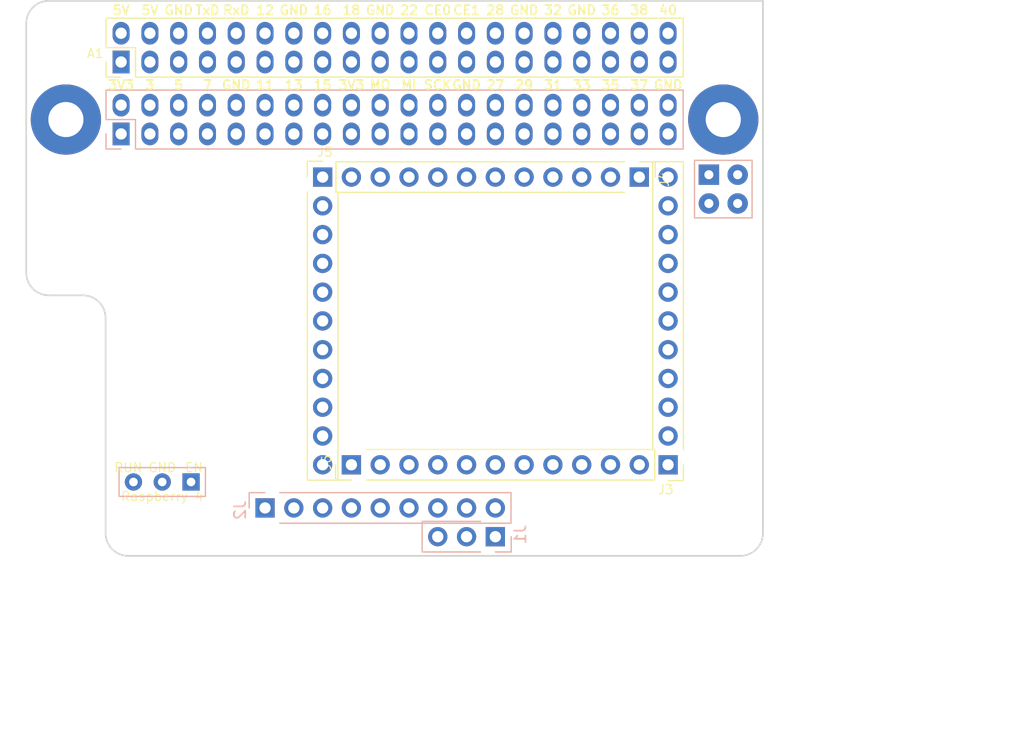
<source format=kicad_pcb>
(kicad_pcb (version 20171130) (host pcbnew 5.0.2-bee76a0~70~ubuntu18.04.1)
  (layers (0 F.Cu signal) (31 B.Cu signal) (34 B.Paste user) (35 F.Paste user) (36 B.SilkS user) (37 F.SilkS user) (38 B.Mask user) (39 F.Mask user) (44 Edge.Cuts user))
  (net 0 "")
  (net 1 "Net-(J1-Pad1)")
  (net 2 "Net-(J1-Pad2)")
  (net 3 "Net-(J1-Pad3)")
  (net 4 "Net-(J2-Pad6)")
  (net 5 "Net-(J2-Pad5)")
  (net 6 "Net-(J2-Pad4)")
  (net 7 "Net-(J2-Pad1)")
  (net 8 "Net-(J2-Pad2)")
  (net 9 "Net-(J2-Pad3)")
  (net 10 "Net-(J3-Pad3)")
  (net 11 "Net-(J3-Pad2)")
  (net 12 "Net-(J3-Pad1)")
  (net 13 "Net-(J3-Pad4)")
  (net 14 "Net-(J3-Pad5)")
  (net 15 "Net-(J3-Pad6)")
  (net 16 "Net-(J3-Pad9)")
  (net 17 "Net-(J3-Pad8)")
  (net 18 "Net-(J3-Pad7)")
  (net 19 "Net-(A1-Pad47)")
  (net 20 "Net-(A1-Pad46)")
  (net 21 "Net-(A1-Pad45)")
  (net 22 "Net-(A1-Pad40)")
  (net 23 "Net-(A1-Pad39)")
  (net 24 "Net-(A1-Pad38)")
  (net 25 "Net-(A1-Pad37)")
  (net 26 "Net-(A1-Pad36)")
  (net 27 "Net-(A1-Pad35)")
  (net 28 "Net-(A1-Pad34)")
  (net 29 "Net-(A1-Pad33)")
  (net 30 "Net-(A1-Pad32)")
  (net 31 "Net-(A1-Pad31)")
  (net 32 "Net-(A1-Pad30)")
  (net 33 "Net-(A1-Pad29)")
  (net 34 "Net-(A1-Pad28)")
  (net 35 "Net-(A1-Pad27)")
  (net 36 "Net-(A1-Pad26)")
  (net 37 "Net-(A1-Pad25)")
  (net 38 "Net-(A1-Pad24)")
  (net 39 "Net-(A1-Pad23)")
  (net 40 "Net-(A1-Pad22)")
  (net 41 "Net-(A1-Pad21)")
  (net 42 "Net-(A1-Pad20)")
  (net 43 "Net-(A1-Pad19)")
  (net 44 "Net-(A1-Pad18)")
  (net 45 "Net-(A1-Pad17)")
  (net 46 "Net-(A1-Pad16)")
  (net 47 "Net-(A1-Pad15)")
  (net 48 "Net-(A1-Pad14)")
  (net 49 "Net-(A1-Pad13)")
  (net 50 "Net-(A1-Pad12)")
  (net 51 "Net-(A1-Pad11)")
  (net 52 "Net-(A1-Pad10)")
  (net 53 "Net-(A1-Pad9)")
  (net 54 "Net-(A1-Pad8)")
  (net 55 "Net-(A1-Pad7)")
  (net 56 "Net-(A1-Pad6)")
  (net 57 "Net-(A1-Pad5)")
  (net 58 "Net-(A1-Pad4)")
  (net 59 "Net-(A1-Pad3)")
  (net 60 "Net-(A1-Pad2)")
  (net 61 "Net-(A1-Pad1)")
  (net 62 "Net-(A1-Pad41)")
  (net 63 "Net-(A1-Pad43)")
  (net 64 "Net-(A1-Pad44)")
  (net 65 "Net-(A1-Pad42)")
  (net 66 "Net-(J4-Pad7)")
  (net 67 "Net-(J4-Pad6)")
  (net 68 "Net-(J4-Pad5)")
  (net 69 "Net-(J4-Pad4)")
  (net 70 "Net-(J4-Pad1)")
  (net 71 "Net-(J4-Pad2)")
  (net 72 "Net-(J4-Pad3)")
  (net 73 "Net-(J4-Pad8)")
  (net 74 "Net-(J4-Pad9)")
  (net 75 "Net-(J4-Pad10)")
  (net 76 "Net-(J4-Pad11)")
  (net 77 "Net-(J5-Pad11)")
  (net 78 "Net-(J5-Pad10)")
  (net 79 "Net-(J5-Pad9)")
  (net 80 "Net-(J5-Pad8)")
  (net 81 "Net-(J5-Pad3)")
  (net 82 "Net-(J5-Pad2)")
  (net 83 "Net-(J5-Pad1)")
  (net 84 "Net-(J5-Pad4)")
  (net 85 "Net-(J5-Pad5)")
  (net 86 "Net-(J5-Pad6)")
  (net 87 "Net-(J5-Pad7)")
  (net 88 "Net-(J6-Pad7)")
  (net 89 "Net-(J6-Pad6)")
  (net 90 "Net-(J6-Pad5)")
  (net 91 "Net-(J6-Pad4)")
  (net 92 "Net-(J6-Pad1)")
  (net 93 "Net-(J6-Pad2)")
  (net 94 "Net-(J6-Pad3)")
  (net 95 "Net-(J6-Pad8)")
  (net 96 "Net-(J6-Pad9)")
  (net 97 "Net-(J6-Pad10)")
  (net 98 "Net-(J6-Pad11)")
  (net 99 "Net-(J2-Pad9)")
  (net 100 "Net-(J2-Pad8)")
  (net 101 "Net-(J2-Pad7)")
  (net 102 "Net-(J3-Pad10)")
  (net 103 "Net-(J3-Pad11)")
  (module Project:raspberry-4 (layer F.Cu) (at 84.8 69.3)
    (fp_text reference A1 (at -2.286 -7.112) (layer F.SilkS) (effects (font (size 0.8 0.8) (thickness 0.1))))
    (fp_text value Raspberry-4 hide)
    (fp_line (start -0.18 32) (end -0.18 29.46) (layer B.SilkS) (width 0.12))
    (fp_line (start 7.44 32) (end -0.18 32) (layer B.SilkS) (width 0.12))
    (fp_line (start 7.44 29.46) (end 7.44 32) (layer B.SilkS) (width 0.12))
    (fp_line (start -0.18 29.46) (end 7.44 29.46) (layer B.SilkS) (width 0.12))
    (fp_line (start 50.59 7.41) (end 50.59 2.33) (layer B.SilkS) (width 0.12))
    (fp_line (start 55.67 7.41) (end 50.59 7.41) (layer B.SilkS) (width 0.12))
    (fp_line (start 55.67 2.33) (end 55.67 7.41) (layer B.SilkS) (width 0.12))
    (fp_line (start 50.59 2.33) (end 55.67 2.33) (layer B.SilkS) (width 0.12))
    (fp_text user "Raspberry 4" (at 3.63 32 180) (layer F.SilkS) (effects (font (size 0.8 0.8) (thickness 0.1))))
    (fp_text user RUN (at 0.630001 29.46 180) (layer F.SilkS) (effects (font (size 0.8 0.8) (thickness 0.1))))
    (fp_text user GND (at 3.630001 29.46 180) (layer F.SilkS) (effects (font (size 0.8 0.8) (thickness 0.1))))
    (fp_text user EN (at 6.430001 29.46 180) (layer F.SilkS) (effects (font (size 0.8 0.8) (thickness 0.1))))
    (fp_text user GND (at 48.26 -4.318 180) (layer F.SilkS) (effects (font (size 0.82 0.82))))
    (fp_text user 37 (at 45.72 -4.318 180) (layer F.SilkS) (effects (font (size 0.82 0.82))))
    (fp_text user 35 (at 43.18 -4.318 180) (layer F.SilkS) (effects (font (size 0.82 0.82))))
    (fp_text user 33 (at 40.64 -4.318 180) (layer F.SilkS) (effects (font (size 0.82 0.82))))
    (fp_text user 31 (at 38.1 -4.318 180) (layer F.SilkS) (effects (font (size 0.82 0.82))))
    (fp_text user 29 (at 35.56 -4.318 180) (layer F.SilkS) (effects (font (size 0.82 0.82))))
    (fp_text user 27 (at 33.02 -4.318 180) (layer F.SilkS) (effects (font (size 0.82 0.82))))
    (fp_text user GND (at 30.48 -4.318 180) (layer F.SilkS) (effects (font (size 0.82 0.82))))
    (fp_text user SCK (at 27.94 -4.318 180) (layer F.SilkS) (effects (font (size 0.82 0.82))))
    (fp_text user MI (at 25.4 -4.318 180) (layer F.SilkS) (effects (font (size 0.82 0.82))))
    (fp_text user MO (at 22.86 -4.318 180) (layer F.SilkS) (effects (font (size 0.82 0.82))))
    (fp_text user 3V3 (at 20.32 -4.318 180) (layer F.SilkS) (effects (font (size 0.82 0.82))))
    (fp_text user 15 (at 17.78 -4.318 180) (layer F.SilkS) (effects (font (size 0.82 0.82))))
    (fp_text user 40 (at 48.26 -10.922 180) (layer F.SilkS) (effects (font (size 0.82 0.82))))
    (fp_text user 38 (at 45.72 -10.922 180) (layer F.SilkS) (effects (font (size 0.82 0.82))))
    (fp_text user 36 (at 43.18 -10.922 180) (layer F.SilkS) (effects (font (size 0.82 0.82))))
    (fp_text user GND (at 40.64 -10.922 180) (layer F.SilkS) (effects (font (size 0.82 0.82))))
    (fp_text user 32 (at 38.1 -10.922 180) (layer F.SilkS) (effects (font (size 0.82 0.82))))
    (fp_text user GND (at 35.56 -10.922 180) (layer F.SilkS) (effects (font (size 0.82 0.82))))
    (fp_text user 28 (at 33.02 -10.922 180) (layer F.SilkS) (effects (font (size 0.82 0.82))))
    (fp_text user CE1 (at 30.48 -10.922 180) (layer F.SilkS) (effects (font (size 0.82 0.82))))
    (fp_text user CE0 (at 27.94 -10.922 180) (layer F.SilkS) (effects (font (size 0.82 0.82))))
    (fp_text user 22 (at 25.4 -10.922 180) (layer F.SilkS) (effects (font (size 0.82 0.82))))
    (fp_text user GND (at 22.86 -10.922 180) (layer F.SilkS) (effects (font (size 0.82 0.82))))
    (fp_text user 18 (at 20.32 -10.922 180) (layer F.SilkS) (effects (font (size 0.82 0.82))))
    (fp_text user 16 (at 17.78 -10.922 180) (layer F.SilkS) (effects (font (size 0.82 0.82))))
    (fp_text user GND (at 15.24 -10.922 180) (layer F.SilkS) (effects (font (size 0.82 0.82))))
    (fp_text user 12 (at 12.7 -10.922 180) (layer F.SilkS) (effects (font (size 0.82 0.82))))
    (fp_text user 13 (at 15.24 -4.318 180) (layer F.SilkS) (effects (font (size 0.82 0.82))))
    (fp_text user 11 (at 12.7 -4.318 180) (layer F.SilkS) (effects (font (size 0.82 0.82))))
    (fp_text user RxD (at 10.16 -10.922 180) (layer F.SilkS) (effects (font (size 0.82 0.82))))
    (fp_text user TxD (at 7.62 -10.922 180) (layer F.SilkS) (effects (font (size 0.82 0.82))))
    (fp_text user GND (at 10.16 -4.318 180) (layer F.SilkS) (effects (font (size 0.82 0.82))))
    (fp_text user 7 (at 7.62 -4.318 180) (layer F.SilkS) (effects (font (size 0.82 0.82))))
    (fp_text user 5 (at 5.08 -4.318 180) (layer F.SilkS) (effects (font (size 0.82 0.82))))
    (fp_text user 3 (at 2.54 -4.318 180) (layer F.SilkS) (effects (font (size 0.82 0.82))))
    (fp_text user GND (at 5.08 -10.922 180) (layer F.SilkS) (effects (font (size 0.82 0.82))))
    (fp_text user 5V (at 2.54 -10.922 180) (layer F.SilkS) (effects (font (size 0.82 0.82))))
    (fp_text user 5V (at 0 -10.922 180) (layer F.SilkS) (effects (font (size 0.82 0.82))))
    (fp_text user 3V3 (at 0 -4.318) (layer F.SilkS) (effects (font (size 0.82 0.82))))
    (fp_line (start -1.33 1.33) (end -1.33 0) (layer B.SilkS) (width 0.12))
    (fp_line (start 0 1.33) (end -1.33 1.33) (layer B.SilkS) (width 0.12))
    (fp_line (start -1.33 -1.27) (end -1.33 -3.87) (layer B.SilkS) (width 0.12))
    (fp_line (start 1.27 -1.27) (end -1.33 -1.27) (layer B.SilkS) (width 0.12))
    (fp_line (start 1.27 1.33) (end 1.27 -1.27) (layer B.SilkS) (width 0.12))
    (fp_line (start -1.33 -3.87) (end 49.59 -3.87) (layer B.SilkS) (width 0.12))
    (fp_line (start 1.27 1.33) (end 49.59 1.33) (layer B.SilkS) (width 0.12))
    (fp_line (start 49.59 1.33) (end 49.59 -3.87) (layer B.SilkS) (width 0.12))
    (fp_line (start -1.33 -5.02) (end -1.33 -6.35) (layer F.SilkS) (width 0.12))
    (fp_line (start 0 -5.02) (end -1.33 -5.02) (layer F.SilkS) (width 0.12))
    (fp_line (start -1.33 -7.62) (end -1.33 -10.22) (layer F.SilkS) (width 0.12))
    (fp_line (start 1.27 -7.62) (end -1.33 -7.62) (layer F.SilkS) (width 0.12))
    (fp_line (start 1.27 -5.02) (end 1.27 -7.62) (layer F.SilkS) (width 0.12))
    (fp_line (start -1.33 -10.22) (end 49.59 -10.22) (layer F.SilkS) (width 0.12))
    (fp_line (start 1.27 -5.02) (end 49.59 -5.02) (layer F.SilkS) (width 0.12))
    (fp_line (start 49.59 -5.02) (end 49.59 -10.22) (layer F.SilkS) (width 0.12))
    (pad 47 thru_hole circle (at 1.09 30.73) (size 1.524 1.524) (drill 0.762) (layers *.Cu *.Mask) (net 19 "Net-(A1-Pad47)"))
    (pad 46 thru_hole circle (at 3.63 30.73) (size 1.524 1.524) (drill 0.762) (layers *.Cu *.Mask) (net 20 "Net-(A1-Pad46)"))
    (pad 45 thru_hole rect (at 6.17 30.73) (size 1.524 1.524) (drill 0.762) (layers *.Cu *.Mask) (net 21 "Net-(A1-Pad45)"))
    (pad 40 thru_hole oval (at 48.26 -2.54) (size 1.5 2) (drill 1) (layers *.Cu *.Mask) (net 22 "Net-(A1-Pad40)"))
    (pad 39 thru_hole oval (at 48.26 0) (size 1.5 2) (drill 1) (layers *.Cu *.Mask) (net 23 "Net-(A1-Pad39)"))
    (pad 38 thru_hole oval (at 45.72 -2.54) (size 1.5 2) (drill 1) (layers *.Cu *.Mask) (net 24 "Net-(A1-Pad38)"))
    (pad 37 thru_hole oval (at 45.72 0) (size 1.5 2) (drill 1) (layers *.Cu *.Mask) (net 25 "Net-(A1-Pad37)"))
    (pad 36 thru_hole oval (at 43.18 -2.54) (size 1.5 2) (drill 1) (layers *.Cu *.Mask) (net 26 "Net-(A1-Pad36)"))
    (pad 35 thru_hole oval (at 43.18 0) (size 1.5 2) (drill 1) (layers *.Cu *.Mask) (net 27 "Net-(A1-Pad35)"))
    (pad 34 thru_hole oval (at 40.64 -2.54) (size 1.5 2) (drill 1) (layers *.Cu *.Mask) (net 28 "Net-(A1-Pad34)"))
    (pad 33 thru_hole oval (at 40.64 0) (size 1.5 2) (drill 1) (layers *.Cu *.Mask) (net 29 "Net-(A1-Pad33)"))
    (pad 32 thru_hole oval (at 38.1 -2.54) (size 1.5 2) (drill 1) (layers *.Cu *.Mask) (net 30 "Net-(A1-Pad32)"))
    (pad 31 thru_hole oval (at 38.1 0) (size 1.5 2) (drill 1) (layers *.Cu *.Mask) (net 31 "Net-(A1-Pad31)"))
    (pad 30 thru_hole oval (at 35.56 -2.54) (size 1.5 2) (drill 1) (layers *.Cu *.Mask) (net 32 "Net-(A1-Pad30)"))
    (pad 29 thru_hole oval (at 35.56 0) (size 1.5 2) (drill 1) (layers *.Cu *.Mask) (net 33 "Net-(A1-Pad29)"))
    (pad 28 thru_hole oval (at 33.02 -2.54) (size 1.5 2) (drill 1) (layers *.Cu *.Mask) (net 34 "Net-(A1-Pad28)"))
    (pad 27 thru_hole oval (at 33.02 0) (size 1.5 2) (drill 1) (layers *.Cu *.Mask) (net 35 "Net-(A1-Pad27)"))
    (pad 26 thru_hole oval (at 30.48 -2.54) (size 1.5 2) (drill 1) (layers *.Cu *.Mask) (net 36 "Net-(A1-Pad26)"))
    (pad 25 thru_hole oval (at 30.48 0) (size 1.5 2) (drill 1) (layers *.Cu *.Mask) (net 37 "Net-(A1-Pad25)"))
    (pad 24 thru_hole oval (at 27.94 -2.54) (size 1.5 2) (drill 1) (layers *.Cu *.Mask) (net 38 "Net-(A1-Pad24)"))
    (pad 23 thru_hole oval (at 27.94 0) (size 1.5 2) (drill 1) (layers *.Cu *.Mask) (net 39 "Net-(A1-Pad23)"))
    (pad 22 thru_hole oval (at 25.4 -2.54) (size 1.5 2) (drill 1) (layers *.Cu *.Mask) (net 40 "Net-(A1-Pad22)"))
    (pad 21 thru_hole oval (at 25.4 0) (size 1.5 2) (drill 1) (layers *.Cu *.Mask) (net 41 "Net-(A1-Pad21)"))
    (pad 20 thru_hole oval (at 22.86 -2.54) (size 1.5 2) (drill 1) (layers *.Cu *.Mask) (net 42 "Net-(A1-Pad20)"))
    (pad 19 thru_hole oval (at 22.86 0) (size 1.5 2) (drill 1) (layers *.Cu *.Mask) (net 43 "Net-(A1-Pad19)"))
    (pad 18 thru_hole oval (at 20.32 -2.54) (size 1.5 2) (drill 1) (layers *.Cu *.Mask) (net 44 "Net-(A1-Pad18)"))
    (pad 17 thru_hole oval (at 20.32 0) (size 1.5 2) (drill 1) (layers *.Cu *.Mask) (net 45 "Net-(A1-Pad17)"))
    (pad 16 thru_hole oval (at 17.78 -2.54) (size 1.5 2) (drill 1) (layers *.Cu *.Mask) (net 46 "Net-(A1-Pad16)"))
    (pad 15 thru_hole oval (at 17.78 0) (size 1.5 2) (drill 1) (layers *.Cu *.Mask) (net 47 "Net-(A1-Pad15)"))
    (pad 14 thru_hole oval (at 15.24 -2.54) (size 1.5 2) (drill 1) (layers *.Cu *.Mask) (net 48 "Net-(A1-Pad14)"))
    (pad 13 thru_hole oval (at 15.24 0) (size 1.5 2) (drill 1) (layers *.Cu *.Mask) (net 49 "Net-(A1-Pad13)"))
    (pad 12 thru_hole oval (at 12.7 -2.54) (size 1.5 2) (drill 1) (layers *.Cu *.Mask) (net 50 "Net-(A1-Pad12)"))
    (pad 11 thru_hole oval (at 12.7 0) (size 1.5 2) (drill 1) (layers *.Cu *.Mask) (net 51 "Net-(A1-Pad11)"))
    (pad 10 thru_hole oval (at 10.16 -2.54) (size 1.5 2) (drill 1) (layers *.Cu *.Mask) (net 52 "Net-(A1-Pad10)"))
    (pad 9 thru_hole oval (at 10.16 0) (size 1.5 2) (drill 1) (layers *.Cu *.Mask) (net 53 "Net-(A1-Pad9)"))
    (pad 8 thru_hole oval (at 7.62 -2.54) (size 1.5 2) (drill 1) (layers *.Cu *.Mask) (net 54 "Net-(A1-Pad8)"))
    (pad 7 thru_hole oval (at 7.62 0) (size 1.5 2) (drill 1) (layers *.Cu *.Mask) (net 55 "Net-(A1-Pad7)"))
    (pad 6 thru_hole oval (at 5.08 -2.54) (size 1.5 2) (drill 1) (layers *.Cu *.Mask) (net 56 "Net-(A1-Pad6)"))
    (pad 5 thru_hole oval (at 5.08 0) (size 1.5 2) (drill 1) (layers *.Cu *.Mask) (net 57 "Net-(A1-Pad5)"))
    (pad 4 thru_hole oval (at 2.54 -2.54) (size 1.5 2) (drill 1) (layers *.Cu *.Mask) (net 58 "Net-(A1-Pad4)"))
    (pad 3 thru_hole oval (at 2.54 0) (size 1.5 2) (drill 1) (layers *.Cu *.Mask) (net 59 "Net-(A1-Pad3)"))
    (pad 2 thru_hole oval (at 0 -2.54) (size 1.5 2) (drill 1) (layers *.Cu *.Mask) (net 60 "Net-(A1-Pad2)"))
    (pad 1 thru_hole rect (at 0 0) (size 1.5 2) (drill 1) (layers *.Cu *.Mask) (net 61 "Net-(A1-Pad1)"))
    (pad 40 thru_hole oval (at 48.26 -8.89) (size 1.5 2) (drill 1) (layers *.Cu *.Mask) (net 22 "Net-(A1-Pad40)"))
    (pad 39 thru_hole oval (at 48.26 -6.35) (size 1.5 2) (drill 1) (layers *.Cu *.Mask) (net 23 "Net-(A1-Pad39)"))
    (pad 38 thru_hole oval (at 45.72 -8.89) (size 1.5 2) (drill 1) (layers *.Cu *.Mask) (net 24 "Net-(A1-Pad38)"))
    (pad 37 thru_hole oval (at 45.72 -6.35) (size 1.5 2) (drill 1) (layers *.Cu *.Mask) (net 25 "Net-(A1-Pad37)"))
    (pad 36 thru_hole oval (at 43.18 -8.89) (size 1.5 2) (drill 1) (layers *.Cu *.Mask) (net 26 "Net-(A1-Pad36)"))
    (pad 35 thru_hole oval (at 43.18 -6.35) (size 1.5 2) (drill 1) (layers *.Cu *.Mask) (net 27 "Net-(A1-Pad35)"))
    (pad 34 thru_hole oval (at 40.64 -8.89) (size 1.5 2) (drill 1) (layers *.Cu *.Mask) (net 28 "Net-(A1-Pad34)"))
    (pad 33 thru_hole oval (at 40.64 -6.35) (size 1.5 2) (drill 1) (layers *.Cu *.Mask) (net 29 "Net-(A1-Pad33)"))
    (pad 32 thru_hole oval (at 38.1 -8.89) (size 1.5 2) (drill 1) (layers *.Cu *.Mask) (net 30 "Net-(A1-Pad32)"))
    (pad 31 thru_hole oval (at 38.1 -6.35) (size 1.5 2) (drill 1) (layers *.Cu *.Mask) (net 31 "Net-(A1-Pad31)"))
    (pad 30 thru_hole oval (at 35.56 -8.89) (size 1.5 2) (drill 1) (layers *.Cu *.Mask) (net 32 "Net-(A1-Pad30)"))
    (pad 29 thru_hole oval (at 35.56 -6.35) (size 1.5 2) (drill 1) (layers *.Cu *.Mask) (net 33 "Net-(A1-Pad29)"))
    (pad 28 thru_hole oval (at 33.02 -8.89) (size 1.5 2) (drill 1) (layers *.Cu *.Mask) (net 34 "Net-(A1-Pad28)"))
    (pad 27 thru_hole oval (at 33.02 -6.35) (size 1.5 2) (drill 1) (layers *.Cu *.Mask) (net 35 "Net-(A1-Pad27)"))
    (pad 26 thru_hole oval (at 30.48 -8.89) (size 1.5 2) (drill 1) (layers *.Cu *.Mask) (net 36 "Net-(A1-Pad26)"))
    (pad 25 thru_hole oval (at 30.48 -6.35) (size 1.5 2) (drill 1) (layers *.Cu *.Mask) (net 37 "Net-(A1-Pad25)"))
    (pad 24 thru_hole oval (at 27.94 -8.89) (size 1.5 2) (drill 1) (layers *.Cu *.Mask) (net 38 "Net-(A1-Pad24)"))
    (pad 23 thru_hole oval (at 27.94 -6.35) (size 1.5 2) (drill 1) (layers *.Cu *.Mask) (net 39 "Net-(A1-Pad23)"))
    (pad 22 thru_hole oval (at 25.4 -8.89) (size 1.5 2) (drill 1) (layers *.Cu *.Mask) (net 40 "Net-(A1-Pad22)"))
    (pad 21 thru_hole oval (at 25.4 -6.35) (size 1.5 2) (drill 1) (layers *.Cu *.Mask) (net 41 "Net-(A1-Pad21)"))
    (pad 20 thru_hole oval (at 22.86 -8.89) (size 1.5 2) (drill 1) (layers *.Cu *.Mask) (net 42 "Net-(A1-Pad20)"))
    (pad 19 thru_hole oval (at 22.86 -6.35) (size 1.5 2) (drill 1) (layers *.Cu *.Mask) (net 43 "Net-(A1-Pad19)"))
    (pad 18 thru_hole oval (at 20.32 -8.89) (size 1.5 2) (drill 1) (layers *.Cu *.Mask) (net 44 "Net-(A1-Pad18)"))
    (pad 17 thru_hole oval (at 20.32 -6.35) (size 1.5 2) (drill 1) (layers *.Cu *.Mask) (net 45 "Net-(A1-Pad17)"))
    (pad 16 thru_hole oval (at 17.78 -8.89) (size 1.5 2) (drill 1) (layers *.Cu *.Mask) (net 46 "Net-(A1-Pad16)"))
    (pad 15 thru_hole oval (at 17.78 -6.35) (size 1.5 2) (drill 1) (layers *.Cu *.Mask) (net 47 "Net-(A1-Pad15)"))
    (pad 14 thru_hole oval (at 15.24 -8.89) (size 1.5 2) (drill 1) (layers *.Cu *.Mask) (net 48 "Net-(A1-Pad14)"))
    (pad 13 thru_hole oval (at 15.24 -6.35) (size 1.5 2) (drill 1) (layers *.Cu *.Mask) (net 49 "Net-(A1-Pad13)"))
    (pad 12 thru_hole oval (at 12.7 -8.89) (size 1.5 2) (drill 1) (layers *.Cu *.Mask) (net 50 "Net-(A1-Pad12)"))
    (pad 11 thru_hole oval (at 12.7 -6.35) (size 1.5 2) (drill 1) (layers *.Cu *.Mask) (net 51 "Net-(A1-Pad11)"))
    (pad 10 thru_hole oval (at 10.16 -8.89) (size 1.5 2) (drill 1) (layers *.Cu *.Mask) (net 52 "Net-(A1-Pad10)"))
    (pad 9 thru_hole oval (at 10.16 -6.35) (size 1.5 2) (drill 1) (layers *.Cu *.Mask) (net 53 "Net-(A1-Pad9)"))
    (pad 8 thru_hole oval (at 7.62 -8.89) (size 1.5 2) (drill 1) (layers *.Cu *.Mask) (net 54 "Net-(A1-Pad8)"))
    (pad 7 thru_hole oval (at 7.62 -6.35) (size 1.5 2) (drill 1) (layers *.Cu *.Mask) (net 55 "Net-(A1-Pad7)"))
    (pad 6 thru_hole oval (at 5.08 -8.89) (size 1.5 2) (drill 1) (layers *.Cu *.Mask) (net 56 "Net-(A1-Pad6)"))
    (pad 5 thru_hole oval (at 5.08 -6.35) (size 1.5 2) (drill 1) (layers *.Cu *.Mask) (net 57 "Net-(A1-Pad5)"))
    (pad 4 thru_hole oval (at 2.54 -8.89) (size 1.5 2) (drill 1) (layers *.Cu *.Mask) (net 58 "Net-(A1-Pad4)"))
    (pad 3 thru_hole oval (at 2.54 -6.35) (size 1.5 2) (drill 1) (layers *.Cu *.Mask) (net 59 "Net-(A1-Pad3)"))
    (pad 2 thru_hole oval (at 0 -8.89) (size 1.5 2) (drill 1) (layers *.Cu *.Mask) (net 60 "Net-(A1-Pad2)"))
    (pad 1 thru_hole rect (at 0 -6.35) (size 1.5 2) (drill 1) (layers *.Cu *.Mask) (net 61 "Net-(A1-Pad1)"))
    (pad "" np_thru_hole circle (at 53.13 -1.27) (size 6.2 6.2) (drill 3.1) (layers *.Cu *.Mask))
    (pad "" np_thru_hole circle (at -4.87 -1.27) (size 6.2 6.2) (drill 3.1) (layers *.Cu *.Mask))
    (pad 41 thru_hole rect (at 51.86 3.6) (size 1.8 1.8) (drill 0.8) (layers *.Cu *.Mask) (net 62 "Net-(A1-Pad41)"))
    (pad 43 thru_hole circle (at 51.86 6.14) (size 1.8 1.8) (drill 0.8) (layers *.Cu *.Mask) (net 63 "Net-(A1-Pad43)"))
    (pad 44 thru_hole circle (at 54.4 6.14) (size 1.8 1.8) (drill 0.8) (layers *.Cu *.Mask) (net 64 "Net-(A1-Pad44)"))
    (pad 42 thru_hole circle (at 54.4 3.6) (size 1.8 1.8) (drill 0.8) (layers *.Cu *.Mask) (net 65 "Net-(A1-Pad42)"))
  )
  (module Project:idc-socket-1x09-p2.54mm-vertical (layer B.Cu) (at 97.5 102.32 270)
    (fp_text reference J2 (at 0.2 2.2 270) (layer B.SilkS) (effects (justify mirror)))
    (fp_text value Conn_01x09_Female hide)
    (fp_line (start -1.35 -21.7) (end 1.35 -21.7) (layer B.SilkS) (width 0.12))
    (fp_line (start -1.35 -1.3) (end -1.35 -21.7) (layer B.SilkS) (width 0.12))
    (fp_line (start 1.35 -1.3) (end 1.35 -21.7) (layer B.SilkS) (width 0.12))
    (fp_line (start -1.35 0) (end -1.35 1.4) (layer B.SilkS) (width 0.12))
    (fp_line (start -1.35 1.4) (end 0 1.4) (layer B.SilkS) (width 0.12))
    (pad 9 thru_hole oval (at 0 -20.32 270) (size 1.7 1.7) (drill 1) (layers *.Cu *.Mask) (net 99 "Net-(J2-Pad9)"))
    (pad 8 thru_hole oval (at 0 -17.78 270) (size 1.7 1.7) (drill 1) (layers *.Cu *.Mask) (net 100 "Net-(J2-Pad8)"))
    (pad 7 thru_hole oval (at 0 -15.24 270) (size 1.7 1.7) (drill 1) (layers *.Cu *.Mask) (net 101 "Net-(J2-Pad7)"))
    (pad 6 thru_hole oval (at 0 -12.7 270) (size 1.7 1.7) (drill 1) (layers *.Cu *.Mask) (net 4 "Net-(J2-Pad6)"))
    (pad 5 thru_hole oval (at 0 -10.16 270) (size 1.7 1.7) (drill 1) (layers *.Cu *.Mask) (net 5 "Net-(J2-Pad5)"))
    (pad 4 thru_hole oval (at 0 -7.62 270) (size 1.7 1.7) (drill 1) (layers *.Cu *.Mask) (net 6 "Net-(J2-Pad4)"))
    (pad 1 thru_hole rect (at 0 0 270) (size 1.7 1.7) (drill 1) (layers *.Cu *.Mask) (net 7 "Net-(J2-Pad1)"))
    (pad 2 thru_hole oval (at 0 -2.54 270) (size 1.7 1.7) (drill 1) (layers *.Cu *.Mask) (net 8 "Net-(J2-Pad2)"))
    (pad 3 thru_hole oval (at 0 -5.08 270) (size 1.7 1.7) (drill 1) (layers *.Cu *.Mask) (net 9 "Net-(J2-Pad3)"))
  )
  (module Project:idc-socket-1x03-p2.54mm-vertical (layer B.Cu) (at 117.82 104.86 90)
    (fp_text reference J1 (at 0.2 2.2 90) (layer B.SilkS) (effects (justify mirror)))
    (fp_text value Conn_01x03_Female hide)
    (fp_line (start -1.35 -6.46) (end 1.35 -6.46) (layer B.SilkS) (width 0.12))
    (fp_line (start -1.35 -1.3) (end -1.35 -6.46) (layer B.SilkS) (width 0.12))
    (fp_line (start 1.35 -1.3) (end 1.35 -6.46) (layer B.SilkS) (width 0.12))
    (fp_line (start -1.35 0) (end -1.35 1.4) (layer B.SilkS) (width 0.12))
    (fp_line (start -1.35 1.4) (end 0 1.4) (layer B.SilkS) (width 0.12))
    (pad 1 thru_hole rect (at 0 0 90) (size 1.7 1.7) (drill 1) (layers *.Cu *.Mask) (net 1 "Net-(J1-Pad1)"))
    (pad 2 thru_hole oval (at 0 -2.54 90) (size 1.7 1.7) (drill 1) (layers *.Cu *.Mask) (net 2 "Net-(J1-Pad2)"))
    (pad 3 thru_hole oval (at 0 -5.08 90) (size 1.7 1.7) (drill 1) (layers *.Cu *.Mask) (net 3 "Net-(J1-Pad3)"))
  )
  (module Project:idc-header-1x11-p2.54mm-vertical (layer F.Cu) (at 133.06 98.51 180)
    (fp_text reference J3 (at 0.2 -2.2 180) (layer F.SilkS) (effects (font (size 0.8 0.8) (thickness 0.1))))
    (fp_text value Conn_01x11_Male hide)
    (fp_line (start -1.35 26.76) (end 1.35 26.76) (layer F.SilkS) (width 0.12))
    (fp_line (start -1.35 1.3) (end -1.35 26.76) (layer F.SilkS) (width 0.12))
    (fp_line (start 1.35 1.3) (end 1.35 26.76) (layer F.SilkS) (width 0.12))
    (fp_line (start -1.35 0) (end -1.35 -1.4) (layer F.SilkS) (width 0.12))
    (fp_line (start -1.35 -1.4) (end 0 -1.4) (layer F.SilkS) (width 0.12))
    (pad 7 thru_hole oval (at 0 15.24 180) (size 1.7 1.7) (drill 1) (layers *.Cu *.Mask) (net 18 "Net-(J3-Pad7)"))
    (pad 6 thru_hole oval (at 0 12.7 180) (size 1.7 1.7) (drill 1) (layers *.Cu *.Mask) (net 15 "Net-(J3-Pad6)"))
    (pad 5 thru_hole oval (at 0 10.16 180) (size 1.7 1.7) (drill 1) (layers *.Cu *.Mask) (net 14 "Net-(J3-Pad5)"))
    (pad 4 thru_hole oval (at 0 7.62 180) (size 1.7 1.7) (drill 1) (layers *.Cu *.Mask) (net 13 "Net-(J3-Pad4)"))
    (pad 1 thru_hole rect (at 0 0 180) (size 1.7 1.7) (drill 1) (layers *.Cu *.Mask) (net 12 "Net-(J3-Pad1)"))
    (pad 2 thru_hole oval (at 0 2.54 180) (size 1.7 1.7) (drill 1) (layers *.Cu *.Mask) (net 11 "Net-(J3-Pad2)"))
    (pad 3 thru_hole oval (at 0 5.08 180) (size 1.7 1.7) (drill 1) (layers *.Cu *.Mask) (net 10 "Net-(J3-Pad3)"))
    (pad 8 thru_hole oval (at 0 17.78 180) (size 1.7 1.7) (drill 1) (layers *.Cu *.Mask) (net 17 "Net-(J3-Pad8)"))
    (pad 9 thru_hole oval (at 0 20.32 180) (size 1.7 1.7) (drill 1) (layers *.Cu *.Mask) (net 16 "Net-(J3-Pad9)"))
    (pad 10 thru_hole oval (at 0 22.86 180) (size 1.7 1.7) (drill 1) (layers *.Cu *.Mask) (net 102 "Net-(J3-Pad10)"))
    (pad 11 thru_hole oval (at 0 25.4 180) (size 1.7 1.7) (drill 1) (layers *.Cu *.Mask) (net 103 "Net-(J3-Pad11)"))
  )
  (module Project:idc-header-1x11-p2.54mm-vertical (layer F.Cu) (at 130.52 73.11 270)
    (fp_text reference J4 (at 0.2 -2.2 270) (layer F.SilkS) (effects (font (size 0.8 0.8) (thickness 0.1))))
    (fp_text value Conn_01x11_Male hide)
    (fp_line (start -1.35 -1.4) (end 0 -1.4) (layer F.SilkS) (width 0.12))
    (fp_line (start -1.35 0) (end -1.35 -1.4) (layer F.SilkS) (width 0.12))
    (fp_line (start 1.35 1.3) (end 1.35 26.76) (layer F.SilkS) (width 0.12))
    (fp_line (start -1.35 1.3) (end -1.35 26.76) (layer F.SilkS) (width 0.12))
    (fp_line (start -1.35 26.76) (end 1.35 26.76) (layer F.SilkS) (width 0.12))
    (pad 11 thru_hole oval (at 0 25.4 270) (size 1.7 1.7) (drill 1) (layers *.Cu *.Mask) (net 76 "Net-(J4-Pad11)"))
    (pad 10 thru_hole oval (at 0 22.86 270) (size 1.7 1.7) (drill 1) (layers *.Cu *.Mask) (net 75 "Net-(J4-Pad10)"))
    (pad 9 thru_hole oval (at 0 20.32 270) (size 1.7 1.7) (drill 1) (layers *.Cu *.Mask) (net 74 "Net-(J4-Pad9)"))
    (pad 8 thru_hole oval (at 0 17.78 270) (size 1.7 1.7) (drill 1) (layers *.Cu *.Mask) (net 73 "Net-(J4-Pad8)"))
    (pad 3 thru_hole oval (at 0 5.08 270) (size 1.7 1.7) (drill 1) (layers *.Cu *.Mask) (net 72 "Net-(J4-Pad3)"))
    (pad 2 thru_hole oval (at 0 2.54 270) (size 1.7 1.7) (drill 1) (layers *.Cu *.Mask) (net 71 "Net-(J4-Pad2)"))
    (pad 1 thru_hole rect (at 0 0 270) (size 1.7 1.7) (drill 1) (layers *.Cu *.Mask) (net 70 "Net-(J4-Pad1)"))
    (pad 4 thru_hole oval (at 0 7.62 270) (size 1.7 1.7) (drill 1) (layers *.Cu *.Mask) (net 69 "Net-(J4-Pad4)"))
    (pad 5 thru_hole oval (at 0 10.16 270) (size 1.7 1.7) (drill 1) (layers *.Cu *.Mask) (net 68 "Net-(J4-Pad5)"))
    (pad 6 thru_hole oval (at 0 12.7 270) (size 1.7 1.7) (drill 1) (layers *.Cu *.Mask) (net 67 "Net-(J4-Pad6)"))
    (pad 7 thru_hole oval (at 0 15.24 270) (size 1.7 1.7) (drill 1) (layers *.Cu *.Mask) (net 66 "Net-(J4-Pad7)"))
  )
  (module Project:idc-header-1x11-p2.54mm-vertical (layer F.Cu) (at 102.58 73.11)
    (fp_text reference J5 (at 0.2 -2.2) (layer F.SilkS) (effects (font (size 0.8 0.8) (thickness 0.1))))
    (fp_text value Conn_01x11_Male hide)
    (fp_line (start -1.35 26.76) (end 1.35 26.76) (layer F.SilkS) (width 0.12))
    (fp_line (start -1.35 1.3) (end -1.35 26.76) (layer F.SilkS) (width 0.12))
    (fp_line (start 1.35 1.3) (end 1.35 26.76) (layer F.SilkS) (width 0.12))
    (fp_line (start -1.35 0) (end -1.35 -1.4) (layer F.SilkS) (width 0.12))
    (fp_line (start -1.35 -1.4) (end 0 -1.4) (layer F.SilkS) (width 0.12))
    (pad 7 thru_hole oval (at 0 15.24) (size 1.7 1.7) (drill 1) (layers *.Cu *.Mask) (net 87 "Net-(J5-Pad7)"))
    (pad 6 thru_hole oval (at 0 12.7) (size 1.7 1.7) (drill 1) (layers *.Cu *.Mask) (net 86 "Net-(J5-Pad6)"))
    (pad 5 thru_hole oval (at 0 10.16) (size 1.7 1.7) (drill 1) (layers *.Cu *.Mask) (net 85 "Net-(J5-Pad5)"))
    (pad 4 thru_hole oval (at 0 7.62) (size 1.7 1.7) (drill 1) (layers *.Cu *.Mask) (net 84 "Net-(J5-Pad4)"))
    (pad 1 thru_hole rect (at 0 0) (size 1.7 1.7) (drill 1) (layers *.Cu *.Mask) (net 83 "Net-(J5-Pad1)"))
    (pad 2 thru_hole oval (at 0 2.54) (size 1.7 1.7) (drill 1) (layers *.Cu *.Mask) (net 82 "Net-(J5-Pad2)"))
    (pad 3 thru_hole oval (at 0 5.08) (size 1.7 1.7) (drill 1) (layers *.Cu *.Mask) (net 81 "Net-(J5-Pad3)"))
    (pad 8 thru_hole oval (at 0 17.78) (size 1.7 1.7) (drill 1) (layers *.Cu *.Mask) (net 80 "Net-(J5-Pad8)"))
    (pad 9 thru_hole oval (at 0 20.32) (size 1.7 1.7) (drill 1) (layers *.Cu *.Mask) (net 79 "Net-(J5-Pad9)"))
    (pad 10 thru_hole oval (at 0 22.86) (size 1.7 1.7) (drill 1) (layers *.Cu *.Mask) (net 78 "Net-(J5-Pad10)"))
    (pad 11 thru_hole oval (at 0 25.4) (size 1.7 1.7) (drill 1) (layers *.Cu *.Mask) (net 77 "Net-(J5-Pad11)"))
  )
  (module Project:idc-header-1x11-p2.54mm-vertical (layer F.Cu) (at 105.12 98.51 90)
    (fp_text reference J6 (at 0.2 -2.2 90) (layer F.SilkS) (effects (font (size 0.8 0.8) (thickness 0.1))))
    (fp_text value Conn_01x11_Male hide)
    (fp_line (start -1.35 -1.4) (end 0 -1.4) (layer F.SilkS) (width 0.12))
    (fp_line (start -1.35 0) (end -1.35 -1.4) (layer F.SilkS) (width 0.12))
    (fp_line (start 1.35 1.3) (end 1.35 26.76) (layer F.SilkS) (width 0.12))
    (fp_line (start -1.35 1.3) (end -1.35 26.76) (layer F.SilkS) (width 0.12))
    (fp_line (start -1.35 26.76) (end 1.35 26.76) (layer F.SilkS) (width 0.12))
    (pad 11 thru_hole oval (at 0 25.4 90) (size 1.7 1.7) (drill 1) (layers *.Cu *.Mask) (net 98 "Net-(J6-Pad11)"))
    (pad 10 thru_hole oval (at 0 22.86 90) (size 1.7 1.7) (drill 1) (layers *.Cu *.Mask) (net 97 "Net-(J6-Pad10)"))
    (pad 9 thru_hole oval (at 0 20.32 90) (size 1.7 1.7) (drill 1) (layers *.Cu *.Mask) (net 96 "Net-(J6-Pad9)"))
    (pad 8 thru_hole oval (at 0 17.78 90) (size 1.7 1.7) (drill 1) (layers *.Cu *.Mask) (net 95 "Net-(J6-Pad8)"))
    (pad 3 thru_hole oval (at 0 5.08 90) (size 1.7 1.7) (drill 1) (layers *.Cu *.Mask) (net 94 "Net-(J6-Pad3)"))
    (pad 2 thru_hole oval (at 0 2.54 90) (size 1.7 1.7) (drill 1) (layers *.Cu *.Mask) (net 93 "Net-(J6-Pad2)"))
    (pad 1 thru_hole rect (at 0 0 90) (size 1.7 1.7) (drill 1) (layers *.Cu *.Mask) (net 92 "Net-(J6-Pad1)"))
    (pad 4 thru_hole oval (at 0 7.62 90) (size 1.7 1.7) (drill 1) (layers *.Cu *.Mask) (net 91 "Net-(J6-Pad4)"))
    (pad 5 thru_hole oval (at 0 10.16 90) (size 1.7 1.7) (drill 1) (layers *.Cu *.Mask) (net 90 "Net-(J6-Pad5)"))
    (pad 6 thru_hole oval (at 0 12.7 90) (size 1.7 1.7) (drill 1) (layers *.Cu *.Mask) (net 89 "Net-(J6-Pad6)"))
    (pad 7 thru_hole oval (at 0 15.24 90) (size 1.7 1.7) (drill 1) (layers *.Cu *.Mask) (net 88 "Net-(J6-Pad7)"))
  )
  (gr_arc (start 85.43 104.55) (end 83.43 104.55) (angle -90) (layer Edge.Cuts) (width 0.15))
  (gr_arc (start 139.43 104.55) (end 139.43 106.55) (angle -90) (layer Edge.Cuts) (width 0.15))
  (gr_arc (start 78.43 59.55) (end 78.43 57.55) (angle -90) (layer Edge.Cuts) (width 0.15))
  (gr_arc (start 78.43 81.55) (end 76.43 81.55) (angle -90) (layer Edge.Cuts) (width 0.15))
  (gr_arc (start 81.43 85.55) (end 83.43 85.55) (angle -90) (layer Edge.Cuts) (width 0.15))
  (gr_line (start 83.43 85.55) (end 83.43 104.55) (layer Edge.Cuts) (width 0.15))
  (gr_line (start 78.43 83.55) (end 81.43 83.55) (layer Edge.Cuts) (width 0.15))
  (gr_line (start 141.43 57.55) (end 78.43 57.55) (layer Edge.Cuts) (width 0.15))
  (gr_line (start 141.43 104.55) (end 141.43 57.55) (layer Edge.Cuts) (width 0.15))
  (gr_line (start 85.43 106.55) (end 139.43 106.55) (layer Edge.Cuts) (width 0.15))
  (gr_line (start 76.43 59.55) (end 76.43 81.55) (layer Edge.Cuts) (width 0.15))
)
</source>
